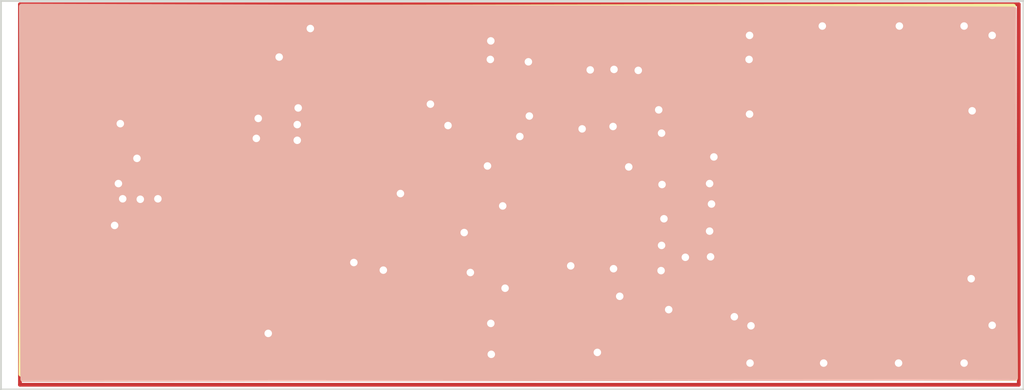
<source format=kicad_pcb>
(kicad_pcb (version 20241229) (generator "pcbnew") (generator_version "9.0")
  (title_block (title "STM32 RF PCB") (date "2025-07-01") (company "~Mihir Sharma"))
  (layers (0 "F.Cu" signal) (4 "In1.Cu" signal) (6 "In2.Cu" signal) (2 "B.Cu" signal) (13 "F.Paste" user) (15 "B.Paste" user) (5 "F.SilkS" user "F.Silkscreen") (7 "B.SilkS" user "B.Silkscreen") (1 "F.Mask" user) (3 "B.Mask" user) (25 "Edge.Cuts" user))
  (net 0 "")
  (net 1 "+3V3")
  (net 2 "GND")
  (net 3 "Net-(C2-Pad1)")
  (net 4 "NRF_XC1")
  (net 5 "NRF_VDD_PA")
  (net 6 "NRF_XC2")
  (net 7 "Net-(C12-Pad1)")
  (net 8 "Net-(C12-Pad2)")
  (net 9 "NRST")
  (net 10 "Net-(D1-Pad1)")
  (net 11 "Net-(D1-Pad2)")
  (net 12 "Net-(D2-Pad1)")
  (net 13 "Net-(D2-Pad2)")
  (net 14 "Net-(F1-Pad1)")
  (net 15 "+5V")
  (net 16 "Net-(FB1-Pad2)")
  (net 17 "USB_CONN_D-")
  (net 18 "USB_CONN_D+")
  (net 19 "unconnected-(J1-Pad6)")
  (net 20 "SWDIO")
  (net 21 "SWCLK")
  (net 25 "NRF_ANT1")
  (net 26 "NRF_ANT2")
  (net 27 "Net-(R1-Pad2)")
  (net 28 "Net-(R3-Pad1)")
  (net 29 "SPI3_!CS")
  (net 30 "SPI3_SCK")
  (net 31 "SPI3_MOSI")
  (net 32 "SPI3_MISO")
  (net 33 "NRF_IRQ")
  (net 34 "USB_D+")
  (net 35 "USB_D-")
  (net 50 "NRF_CE")
  (footprint "Package_TO_SOT_SMD:SOT-23" (layer "F.Cu") (at 85.278911 42.4175 90)
    (property "Reference" "U2" (hide yes))
    (property "Value" "XC6206P332MR" (hide yes))
  )
  (footprint "Crystal:Crystal_SMD_3225-4Pin_3.2x2.5mm" (layer "F.Cu") (at 100.518911 55.1175 180)
    (property "Reference" "Y1" (hide yes))
    (property "Value" "Crystal_GND24" (hide yes))
  )
  (footprint "Capacitor_SMD:C_0402_1005Metric" (layer "F.Cu") (at 110.678911 47.4975 90)
    (property "Reference" "C1" (hide yes))
    (property "Value" "10u" (hide yes))
  )
  (footprint "Capacitor_SMD:C_0402_1005Metric" (layer "F.Cu") (at 104.354311 42.3667 -90)
    (property "Reference" "C11" (hide yes))
    (property "Value" "4p7")
  )
  (footprint "Capacitor_SMD:C_0402_1005Metric" (layer "F.Cu") (at 97.978911 44.9575 180)
    (property "Reference" "C2" (hide yes))
    (property "Value" "33n")
  )
  (footprint "Package_TO_SOT_SMD:SOT-23-6" (layer "F.Cu") (at 81.291111 45.4909 180)
    (property "Reference" "U3" (hide yes))
    (property "Value" "USBLC6-2SC6" (hide yes))
  )
  (footprint "Resistor_SMD:R_0603_1608Metric" (layer "F.Cu") (at 101.509511 42.0873 -90)
    (property "Reference" "R1" (hide yes))
    (property "Value" "22k" (hide yes))
  )
  (footprint "Resistor_SMD:R_0603_1608Metric" (layer "F.Cu") (at 105.598911 55.1175 -90)
    (property "Reference" "R2" (hide yes))
    (property "Value" "1M" (hide yes))
  )
  (footprint "Capacitor_SMD:C_0402_1005Metric" (layer "F.Cu") (at 110.678911 50.0375 -90)
    (property "Reference" "C5" (hide yes))
    (property "Value" "10n" (hide yes))
  )
  (footprint "Capacitor_SMD:C_0402_1005Metric" (layer "F.Cu") (at 105.598911 44.9575)
    (property "Reference" "C17" (hide yes))
    (property "Value" "100n" (hide yes))
  )
  (footprint "Inductor_SMD:L_0805_2012Metric" (layer "F.Cu") (at 81.261411 39.8775)
    (property "Reference" "FB1" (hide yes))
    (property "Value" "100 @ 100MHz" (hide yes))
  )
  (footprint "Inductor_SMD:L_0402_1005Metric" (layer "F.Cu") (at 108.138911 44.9575)
    (property "Reference" "L2" (hide yes))
    (property "Value" "3n9" (hide yes))
  )
  (footprint "Package_DFN_QFN:QFN-32-1EP_5x5mm_P0.5mm_EP3.45x3.45mm" (layer "F.Cu") (at 92.898911 47.4975 -90)
    (property "Reference" "U4" (hide yes))
    (property "Value" "STM32L432KBUx" (hide yes))
  )
  (footprint "Resistor_SMD:R_0603_1608Metric" (layer "F.Cu") (at 90.118111 38.5567 180)
    (property "Reference" "R4" (hide yes))
    (property "Value" "2k2" (hide yes))
  )
  (footprint "Inductor_SMD:L_0402_1005Metric" (layer "F.Cu") (at 105.598911 47.4975 90)
    (property "Reference" "L1" (hide yes))
    (property "Value" "8n2" (hide yes))
  )
  (footprint "Capacitor_SMD:C_0402_1005Metric" (layer "F.Cu") (at 108.138911 52.5775 -90)
    (property "Reference" "C14" (hide yes))
    (property "Value" "1u" (hide yes))
  )
  (footprint "Capacitor_SMD:C_0402_1005Metric" (layer "F.Cu") (at 85.583711 39.1917)
    (property "Reference" "C3" (hide yes))
    (property "Value" "10u" (hide yes))
  )
  (footprint "Capacitor_SMD:C_0402_1005Metric" (layer "F.Cu") (at 95.238311 54.3047)
    (property "Reference" "C6" (hide yes))
    (property "Value" "10u" (hide yes))
  )
  (footprint "Capacitor_SMD:C_0402_1005Metric" (layer "F.Cu") (at 103.541511 44.8559)
    (property "Reference" "C9" (hide yes))
    (property "Value" "2n2" (hide yes))
  )
  (footprint "Capacitor_SMD:C_0402_1005Metric" (layer "F.Cu") (at 105.598911 52.5775 90)
    (property "Reference" "C10" (hide yes))
    (property "Value" "12p" (hide yes))
  )
  (footprint "LED_SMD:LED_0603_1608Metric" (layer "F.Cu") (at 90.358911 42.4175 -90)
    (property "Reference" "D1" (hide yes))
    (property "Value" "LED" (hide yes))
  )
  (footprint "Capacitor_SMD:C_0402_1005Metric" (layer "F.Cu") (at 108.138911 47.4975 90)
    (property "Reference" "C4" (hide yes))
    (property "Value" "10n" (hide yes))
  )
  (footprint "Resistor_SMD:R_0603_1608Metric" (layer "F.Cu") (at 96.607311 42.2397 90)
    (property "Reference" "R3" (hide yes))
    (property "Value" "10k" (hide yes))
  )
  (footprint "Inductor_SMD:L_0402_1005Metric" (layer "F.Cu") (at 105.598911 50.0375 90)
    (property "Reference" "L3" (hide yes))
    (property "Value" "2n7" (hide yes))
  )
  (footprint "Package_DFN_QFN:QFN-20-1EP_4x4mm_P0.5mm_EP2.5x2.5mm" (layer "F.Cu") (at 101.143911 48.1225)
    (property "Reference" "U1" (hide yes))
    (property "Value" "nRF24L01P" (hide yes))
  )
  (footprint "LED_SMD:LED_0603_1608Metric" (layer "F.Cu") (at 92.898911 42.4175 -90)
    (property "Reference" "D2" (hide yes))
    (property "Value" "LED" (hide yes))
  )
  (footprint "Capacitor_SMD:C_0402_1005Metric" (layer "F.Cu") (at 100.518911 52.5775 180)
    (property "Reference" "C8" (hide yes))
    (property "Value" "12p" (hide yes))
  )
  (footprint "Capacitor_SMD:C_0402_1005Metric" (layer "F.Cu") (at 103.058911 42.4175 -90)
    (property "Reference" "C16" (hide yes))
    (property "Value" "100n")
  )
  (footprint "Capacitor_SMD:C_0402_1005Metric" (layer "F.Cu") (at 76.973111 50.4185 90)
    (property "Reference" "C18" (hide yes))
    (property "Value" "100n" (hide yes))
  )
  (footprint "Capacitor_SMD:C_0402_1005Metric" (layer "F.Cu") (at 110.678911 52.5775 -90)
    (property "Reference" "C7" (hide yes))
    (property "Value" "10n" (hide yes))
  )
  (footprint "Capacitor_SMD:C_0402_1005Metric" (layer "F.Cu") (at 108.138911 42.4175 90)
    (property "Reference" "C12" (hide yes))
    (property "Value" "1p5" (hide yes))
  )
  (footprint "Connector_PinHeader_1.27mm:PinHeader_2x05_P1.27mm_Vertical_SMD" (layer "F.Cu") (at 81.443511 52.2727 -90)
    (property "Reference" "J3" (hide yes))
    (property "Value" "Conn_ARM_JTAG_SWD_10" (hide yes))
  )
  (footprint "Resistor_SMD:R_0603_1608Metric" (layer "F.Cu") (at 95.438911 39.8775)
    (property "Reference" "R5" (hide yes))
    (property "Value" "2k2")
  )
  (footprint "Capacitor_SMD:C_0402_1005Metric" (layer "F.Cu") (at 105.598911 42.4175 90)
    (property "Reference" "C15" (hide yes))
    (property "Value" "100n" (hide yes))
  )
  (footprint "Capacitor_SMD:C_0402_1005Metric" (layer "F.Cu") (at 110.678911 44.9575 90)
    (property "Reference" "C13" (hide yes))
    (property "Value" "1p" (hide yes))
  )
  (footprint "Fuse:Fuse_1206_3216Metric" (layer "F.Cu") (at 76.261911 39.3441 180)
    (property "Reference" "F1" (hide yes))
    (property "Value" "100mA" (hide yes))
  )
  (gr_line (start 125.918911 37.3375) (end 72.578911 37.3375) (stroke (width 0.2)) (layer "F.Cu"))
  (gr_line (start 72.578911 37.3375) (end 72.578911 57.6575) (stroke (width 0.2)) (layer "F.Cu"))
  (gr_line (start 72.578911 57.6575) (end 125.918911 57.6575) (stroke (width 0.2)) (layer "F.Cu"))
  (gr_line (start 125.918911 57.6575) (end 125.918911 37.3375) (stroke (width 0.2)) (layer "F.Cu"))
  (gr_rect (start 71.562911 37.1597) (end 126.172911 57.9115) (stroke (width 0.1)) (fill no) (layer "Edge.Cuts"))
  (segment (start 94.758311 54.3047) (end 94.758311 53.5375) (width 0.25) (layer "F.Cu") (net 1))
  (segment (start 107.323511 48.7929) (end 108.138911 47.9775) (width 0.25) (layer "F.Cu") (net 1))
  (segment (start 105.118911 44.5485) (end 106.691111 42.9763) (width 0.25) (layer "F.Cu") (net 1))
  (segment (start 94.758311 53.5375) (end 96.632711 51.6631) (width 0.25) (layer "F.Cu") (net 1))
  (segment (start 108.113511 50.8503) (end 109.360711 52.0975) (width 0.25) (layer "F.Cu") (net 1))
  (segment (start 92.648911 44.575172) (end 93.257183 43.9669) (width 0.25) (layer "F.Cu") (net 1))
  (segment (start 93.257183 43.9669) (end 93.762511 43.9669) (width 0.25) (layer "F.Cu") (net 1))
  (segment (start 107.602911 51.5615) (end 108.138911 52.0975) (width 0.25) (layer "F.Cu") (net 1))
  (segment (start 101.143911 45.589454) (end 101.143911 46.185) (width 0.25) (layer "F.Cu") (net 1))
  (segment (start 110.650911 48.0055) (end 110.678911 47.9775) (width 0.25) (layer "F.Cu") (net 1))
  (segment (start 86.228911 43.355) (end 86.978411 43.355) (width 0.25) (layer "F.Cu") (net 1))
  (segment (start 94.648911 45.06) (end 94.648911 42.8213) (width 0.25) (layer "F.Cu") (net 1))
  (segment (start 109.408911 49.4533) (end 110.574711 49.4533) (width 0.25) (layer "F.Cu") (net 1))
  (segment (start 100.658111 40.4109) (end 101.509511 41.2623) (width 0.25) (layer "F.Cu") (net 1))
  (segment (start 103.033511 41.9121) (end 103.058911 41.9375) (width 0.25) (layer "F.Cu") (net 1))
  (segment (start 103.081411 46.995) (end 105.118911 44.9575) (width 0.25) (layer "F.Cu") (net 1))
  (segment (start 99.706828 51.6631) (end 96.632711 51.6631) (width 0.25) (layer "F.Cu") (net 1))
  (segment (start 103.081411 47.1225) (end 103.081411 46.995) (width 0.25) (layer "F.Cu") (net 1))
  (segment (start 100.643911 50.06) (end 100.643911 50.726017) (width 0.25) (layer "F.Cu") (net 1))
  (segment (start 85.786911 52.1261) (end 85.786911 54.8635) (width 0.25) (layer "F.Cu") (net 1))
  (segment (start 87.437911 42.8747) (end 87.437911 44.5511) (width 0.25) (layer "F.Cu") (net 1))
  (segment (start 105.118911 44.9575) (end 105.118911 44.5485) (width 0.25) (layer "F.Cu") (net 1))
  (segment (start 110.574711 49.4533) (end 110.678911 49.5575) (width 0.25) (layer "F.Cu") (net 1))
  (segment (start 109.510511 48.0055) (end 110.650911 48.0055) (width 0.25) (layer "F.Cu") (net 1))
  (segment (start 93.762511 43.9669) (end 94.499111 43.2303) (width 0.25) (layer "F.Cu") (net 1))
  (segment (start 91.148911 50.7005) (end 91.984511 51.5361) (width 0.25) (layer "F.Cu") (net 1))
  (segment (start 99.274311 44.3987) (end 99.953157 44.3987) (width 0.25) (layer "F.Cu") (net 1))
  (segment (start 106.612311 42.8975) (end 106.691111 42.9763) (width 0.25) (layer "F.Cu") (net 1))
  (segment (start 92.648911 45.06) (end 92.648911 44.575172) (width 0.25) (layer "F.Cu") (net 1))
  (segment (start 83.983511 50.3227) (end 85.786911 52.1261) (width 0.25) (layer "F.Cu") (net 1))
  (segment (start 87.437911 44.5511) (end 87.387111 44.6019) (width 0.25) (layer "F.Cu") (net 1))
  (segment (start 94.499111 43.2303) (end 94.499111 42.6715) (width 0.25) (layer "F.Cu") (net 1))
  (segment (start 86.978411 43.355) (end 87.387111 43.7637) (width 0.25) (layer "F.Cu") (net 1))
  (segment (start 109.360711 52.0975) (end 110.678911 52.0975) (width 0.25) (layer "F.Cu") (net 1))
  (segment (start 85.786911 54.8635) (end 85.837711 54.9143) (width 0.25) (layer "F.Cu") (net 1))
  (segment (start 105.598911 42.8975) (end 106.612311 42.8975) (width 0.25) (layer "F.Cu") (net 1))
  (segment (start 99.953157 44.3987) (end 101.143911 45.589454) (width 0.25) (layer "F.Cu") (net 1))
  (segment (start 99.731511 40.4109) (end 100.658111 40.4109) (width 0.25) (layer "F.Cu") (net 1))
  (segment (start 100.643911 50.726017) (end 99.706828 51.6631) (width 0.25) (layer "F.Cu") (net 1))
  (segment (start 91.148911 49.935) (end 91.148911 50.7005) (width 0.25) (layer "F.Cu") (net 1))
  (segment (start 106.970511 48.7929) (end 107.323511 48.7929) (width 0.25) (layer "F.Cu") (net 1))
  (segment (start 106.818111 51.5615) (end 107.602911 51.5615) (width 0.25) (layer "F.Cu") (net 1))
  (segment (start 86.957611 43.355) (end 87.437911 42.8747) (width 0.25) (layer "F.Cu") (net 1))
  (segment (start 94.648911 42.8213) (end 94.499111 42.6715) (width 0.25) (layer "F.Cu") (net 1))
  (segment (start 86.228911 43.355) (end 86.957611 43.355) (width 0.25) (layer "F.Cu") (net 1))
  (segment (start 103.033511 40.8427) (end 103.033511 41.9121) (width 0.25) (layer "F.Cu") (net 1))
  (via (at 94.499111 42.6715) (size 0.8) (drill 0.4) (layers "F.Cu" "B.Cu") (net 1))
  (via (at 87.387111 44.6019) (size 0.8) (drill 0.4) (layers "F.Cu" "B.Cu") (net 1))
  (via (at 106.970511 48.7929) (size 0.8) (drill 0.4) (layers "F.Cu" "B.Cu") (net 1))
  (via (at 99.274311 44.3987) (size 0.8) (drill 0.4) (layers "F.Cu" "B.Cu") (net 1))
  (via (at 103.033511 40.8427) (size 0.8) (drill 0.4) (layers "F.Cu" "B.Cu") (net 1))
  (via (at 96.632711 51.6631) (size 0.8) (drill 0.4) (layers "F.Cu" "B.Cu") (net 1))
  (via (at 91.984511 51.5361) (size 0.8) (drill 0.4) (layers "F.Cu" "B.Cu") (net 1))
  (via (at 85.837711 54.9143) (size 0.8) (drill 0.4) (layers "F.Cu" "B.Cu") (net 1))
  (via (at 108.113511 50.8503) (size 0.8) (drill 0.4) (layers "F.Cu" "B.Cu") (net 1))
  (via (at 99.731511 40.4109) (size 0.8) (drill 0.4) (layers "F.Cu" "B.Cu") (net 1))
  (via (at 106.691111 42.9763) (size 0.8) (drill 0.4) (layers "F.Cu" "B.Cu") (net 1))
  (via (at 87.437911 42.8747) (size 0.8) (drill 0.4) (layers "F.Cu" "B.Cu") (net 1))
  (via (at 87.387111 43.7637) (size 0.8) (drill 0.4) (layers "F.Cu" "B.Cu") (net 1))
  (via (at 109.408911 49.4533) (size 0.8) (drill 0.4) (layers "F.Cu" "B.Cu") (net 1))
  (via (at 106.818111 51.5615) (size 0.8) (drill 0.4) (layers "F.Cu" "B.Cu") (net 1))
  (via (at 109.510511 48.0055) (size 0.8) (drill 0.4) (layers "F.Cu" "B.Cu") (net 1))
  (segment (start 124.5 39) (end 125 39.5) (width 0.25) (layer "F.Cu") (net 2))
  (segment (start 97.699511 40.3225) (end 96.607311 41.4147) (width 0.25) (layer "F.Cu") (net 2))
  (segment (start 90.461411 49.2475) (end 90.461411 51.078) (width 0.25) (layer "F.Cu") (net 2))
  (segment (start 81.443511 49.2247) (end 81.443511 50.3227) (width 0.25) (layer "F.Cu") (net 2))
  (segment (start 123.429711 43.0271) (end 123.629911 43.2273) (width 0.25) (layer "F.Cu") (net 2))
  (segment (start 97.648711 54.3047) (end 97.724911 54.3809) (width 0.25) (layer "F.Cu") (net 2))
  (segment (start 108.085511 46.9641) (end 108.138911 47.0175) (width 0.25) (layer "F.Cu") (net 2))
  (segment (start 103.058911 43.5351) (end 103.058911 42.8975) (width 0.25) (layer "F.Cu") (net 2))
  (segment (start 101.143911 50.861735) (end 101.143911 50.06) (width 0.25) (layer "F.Cu") (net 2))
  (segment (start 95.438911 43.8145) (end 95.438911 45.645) (width 0.25) (layer "F.Cu") (net 2))
  (segment (start 90.461411 51.078) (end 90.409711 51.1297) (width 0.25) (layer "F.Cu") (net 2))
  (segment (start 103.081411 47.6225) (end 103.541239 47.6225) (width 0.25) (layer "F.Cu") (net 2))
  (segment (start 122.4217 37.9217) (end 123 38.5) (width 0.2) (layer "F.Cu") (net 2))
  (segment (start 123.378911 53.361411) (end 124.5 54.4825) (width 0.25) (layer "F.Cu") (net 2))
  (segment (start 81.744079 45.4909) (end 81.140631 46.094348) (width 0.25) (layer "F.Cu") (net 2))
  (segment (start 104.354311 40.8681) (end 104.303511 40.8173) (width 0.25) (layer "F.Cu") (net 2))
  (segment (start 115.5 56.5) (end 111.567911 56.5) (width 0.25) (layer "F.Cu") (net 2))
  (segment (start 111.567911 54.5587) (end 111.618711 54.5079) (width 0.25) (layer "F.Cu") (net 2))
  (segment (start 123.378911 51.9933) (end 123.378911 53.361411) (width 0.25) (layer "F.Cu") (net 2))
  (segment (start 125 39.5) (end 125 41.5) (width 0.25) (layer "F.Cu") (net 2))
  (segment (start 78.065311 47.7261) (end 79.944911 47.7261) (width 0.25) (layer "F.Cu") (net 2))
  (segment (start 77.056411 46.2575) (end 77.630922 46.832011) (width 0.25) (layer "F.Cu") (net 2))
  (segment (start 95.718311 54.3047) (end 97.648711 54.3047) (width 0.25) (layer "F.Cu") (net 2))
  (segment (start 96.263911 39.8775) (end 97.140711 39.8775) (width 0.25) (layer "F.Cu") (net 2))
  (segment (start 100.143911 46.185) (end 99.550931 45.59202) (width 0.25) (layer "F.Cu") (net 2))
  (segment (start 79.944911 47.7261) (end 81.214911 47.7261) (width 0.25) (layer "F.Cu") (net 2))
  (segment (start 107.811311 53.0575) (end 107.224511 53.6443) (width 0.25) (layer "F.Cu") (net 2))
  (segment (start 97.928591 45.59202) (end 97.547111 45.9735) (width 0.25) (layer "F.Cu") (net 2))
  (segment (start 110.371511 50.8249) (end 110.678911 50.5175) (width 0.25) (layer "F.Cu") (net 2))
  (segment (start 85.202711 44.5003) (end 85.202711 44.2288) (width 0.25) (layer "F.Cu") (net 2))
  (segment (start 124.042789 38.542789) (end 124.5 39) (width 0.25) (layer "F.Cu") (net 2))
  (segment (start 81.214911 47.7261) (end 82.713511 49.2247) (width 0.25) (layer "F.Cu") (net 2))
  (segment (start 119.543511 38.5) (end 119.543511 38.378189) (width 0.2) (layer "F.Cu") (net 2))
  (segment (start 97.724911 54.3809) (end 99.305511 54.3809) (width 0.25) (layer "F.Cu") (net 2))
  (segment (start 112.620811 37.9217) (end 114.5 37.9217) (width 0.25) (layer "F.Cu") (net 2))
  (segment (start 119.5 56.5) (end 115.5 56.5) (width 0.25) (layer "F.Cu") (net 2))
  (segment (start 82.713511 49.2247) (end 82.713511 50.3227) (width 0.25) (layer "F.Cu") (net 2))
  (segment (start 77.729311 49.1485) (end 78.903511 50.3227) (width 0.25) (layer "F.Cu") (net 2))
  (segment (start 77.630922 46.832011) (end 77.630922 49.280689) (width 0.25) (layer "F.Cu") (net 2))
  (segment (start 102.601711 43.9923) (end 102.601711 44.3961) (width 0.25) (layer "F.Cu") (net 2))
  (segment (start 104.915711 52.0975) (end 104.278111 51.4599) (width 0.25) (layer "F.Cu") (net 2))
  (segment (start 99.305511 54.3809) (end 99.418911 54.2675) (width 0.25) (layer "F.Cu") (net 2))
  (segment (start 111.542511 39) (end 112.620811 37.9217) (width 0.25) (layer "F.Cu") (net 2))
  (segment (start 111.542511 39) (end 111.542511 43.2049) (width 0.25) (layer "F.Cu") (net 2))
  (segment (start 102.601711 44.3961) (end 103.061511 44.8559) (width 0.25) (layer "F.Cu") (net 2))
  (segment (start 110.729711 54.0253) (end 110.729711 53.1083) (width 0.25) (layer "F.Cu") (net 2))
  (segment (start 95.438911 45.645) (end 95.336411 45.7475) (width 0.25) (layer "F.Cu") (net 2))
  (segment (start 109.637511 45.4909) (end 110.625511 45.4909) (width 0.25) (layer "F.Cu") (net 2))
  (segment (start 97.140711 39.8775) (end 97.724911 39.2933) (width 0.25) (layer "F.Cu") (net 2))
  (segment (start 110.574711 46.9133) (end 110.678911 47.0175) (width 0.25) (layer "F.Cu") (net 2))
  (segment (start 123.957211 38.5) (end 124 38.542789) (width 0.2) (layer "F.Cu") (net 2))
  (segment (start 97.498911 44.9575) (end 97.498911 45.9253) (width 0.25) (layer "F.Cu") (net 2))
  (segment (start 98.486911 52.5013) (end 99.962711 52.5013) (width 0.25) (layer "F.Cu") (net 2))
  (segment (start 103.377311 55.9675) (end 103.414511 55.9303) (width 0.25) (layer "F.Cu") (net 2))
  (segment (start 111.618711 56.4492) (end 111.567911 56.5) (width 0.25) (layer "F.Cu") (net 2))
  (segment (start 114.850411 37.9217) (end 115.428711 38.5) (width 0.25) (layer "F.Cu") (net 2))
  (segment (start 89.216911 38.6329) (end 89.293111 38.5567) (width 0.25) (layer "F.Cu") (net 2))
  (segment (start 84.328911 43.355) (end 85.225811 43.355) (width 0.25) (layer "F.Cu") (net 2))
  (segment (start 88.086111 38.6329) (end 89.216911 38.6329) (width 0.25) (layer "F.Cu") (net 2))
  (segment (start 124.956811 41.5) (end 123.429711 43.0271) (width 0.25) (layer "F.Cu") (net 2))
  (segment (start 123 56.5) (end 119.5 56.5) (width 0.25) (layer "F.Cu") (net 2))
  (segment (start 106.843511 44.2209) (end 106.815511 44.2209) (width 0.25) (layer "F.Cu") (net 2))
  (segment (start 102.601711 43.9923) (end 103.058911 43.5351) (width 0.25) (layer "F.Cu") (net 2))
  (segment (start 110.729711 53.1083) (end 110.678911 53.0575) (width 0.25) (layer "F.Cu") (net 2))
  (segment (start 109.408911 46.9133) (end 110.574711 46.9133) (width 0.25) (layer "F.Cu") (net 2))
  (segment (start 81.140631 46.094348) (end 81.140631 47.03838) (width 0.25) (layer "F.Cu") (net 2))
  (segment (start 111.618711 54.5079) (end 111.618711 56.4492) (width 0.25) (layer "F.Cu") (net 2))
  (segment (start 123 38.5) (end 123.957211 38.5) (width 0.2) (layer "F.Cu") (net 2))
  (segment (start 111.618711 54.5079) (end 111.212311 54.5079) (width 0.25) (layer "F.Cu") (net 2))
  (segment (start 110.625511 45.4909) (end 110.678911 45.4375) (width 0.25) (layer "F.Cu") (net 2))
  (segment (start 101.643911 45.1681) (end 99.782311 43.3065) (width 0.25) (layer "F.Cu") (net 2))
  (segment (start 85.202711 44.2288) (end 84.328911 43.355) (width 0.25) (layer "F.Cu") (net 2))
  (segment (start 77.630922 49.280689) (end 76.973111 49.9385) (width 0.25) (layer "F.Cu") (net 2))
  (segment (start 105.598911 52.0975) (end 104.915711 52.0975) (width 0.25) (layer "F.Cu") (net 2))
  (segment (start 114.5 37.9217) (end 114.850411 37.9217) (width 0.25) (layer "F.Cu") (net 2))
  (segment (start 80.452911 47.7261) (end 79.944911 47.7261) (width 0.25) (layer "F.Cu") (net 2))
  (segment (start 123.629911 43.2273) (end 123.629911 51.7423) (width 0.25) (layer "F.Cu") (net 2))
  (segment (start 105.090911 46.072828) (end 105.090911 46.0243) (width 0.25) (layer "F.Cu") (net 2))
  (segment (start 105.598911 40.8681) (end 105.598911 41.9375) (width 0.25) (layer "F.Cu") (net 2))
  (segment (start 100.038911 52.5775) (end 100.038911 51.966735) (width 0.25) (layer "F.Cu") (net 2))
  (segment (start 106.815511 44.2209) (end 106.078911 44.9575) (width 0.25) (layer "F.Cu") (net 2))
  (segment (start 123.629911 51.7423) (end 123.378911 51.9933) (width 0.25) (layer "F.Cu") (net 2))
  (segment (start 104.354311 41.8867) (end 104.354311 40.8681) (width 0.25) (layer "F.Cu") (net 2))
  (segment (start 101.618911 55.9675) (end 103.377311 55.9675) (width 0.25) (layer "F.Cu") (net 2))
  (segment (start 119.543511 38.378189) (end 120 37.9217) (width 0.2) (layer "F.Cu") (net 2))
  (segment (start 120 37.9217) (end 122.4217 37.9217) (width 0.2) (layer "F.Cu") (net 2))
  (segment (start 81.140631 47.03838) (end 80.452911 47.7261) (width 0.25) (layer "F.Cu") (net 2))
  (segment (start 100.038911 51.966735) (end 101.143911 50.861735) (width 0.25) (layer "F.Cu") (net 2))
  (segment (start 79.944911 47.7261) (end 81.443511 49.2247) (width 0.25) (layer "F.Cu") (net 2))
  (segment (start 118.965211 37.9217) (end 118 37.9217) (width 0.2) (layer "F.Cu") (net 2))
  (segment (start 86.063711 39.7987) (end 86.421911 40.1569) (width 0.25) (layer "F.Cu") (net 2))
  (segment (start 76.581411 46.2575) (end 77.056411 46.2575) (width 0.25) (layer "F.Cu") (net 2))
  (segment (start 99.550931 45.59202) (end 97.928591 45.59202) (width 0.25) (layer "F.Cu") (net 2))
  (segment (start 124 38.542789) (end 124.042789 38.542789) (width 0.25) (layer "F.Cu") (net 2))
  (segment (start 125 41.5) (end 124.956811 41.5) (width 0.25) (layer "F.Cu") (net 2))
  (segment (start 124.5 54.4825) (end 124.5 55) (width 0.25) (layer "F.Cu") (net 2))
  (segment (start 99.962711 52.5013) (end 100.038911 52.5775) (width 0.25) (layer "F.Cu") (net 2))
  (segment (start 124.5 55) (end 123 56.5) (width 0.25) (layer "F.Cu") (net 2))
  (segment (start 119.543511 38.5) (end 118.965211 37.9217) (width 0.2) (layer "F.Cu") (net 2))
  (segment (start 82.428611 45.4909) (end 81.744079 45.4909) (width 0.25) (layer "F.Cu") (net 2))
  (segment (start 109.459711 50.8249) (end 110.371511 50.8249) (width 0.25) (layer "F.Cu") (net 2))
  (segment (start 85.225811 43.355) (end 85.304311 43.4335) (width 0.25) (layer "F.Cu") (net 2))
  (segment (start 108.138911 53.0575) (end 107.811311 53.0575) (width 0.25) (layer "F.Cu") (net 2))
  (segment (start 101.643911 46.185) (end 101.643911 45.1681) (width 0.25) (layer "F.Cu") (net 2))
  (segment (start 106.868911 46.9641) (end 108.085511 46.9641) (width 0.25) (layer "F.Cu") (net 2))
  (segment (start 86.063711 39.1917) (end 86.063711 39.7987) (width 0.25) (layer "F.Cu") (net 2))
  (segment (start 103.541239 47.6225) (end 105.090911 46.072828) (width 0.25) (layer "F.Cu") (net 2))
  (segment (start 116 37.928711) (end 116 37.9217) (width 0.25) (layer "F.Cu") (net 2))
  (segment (start 97.699511 40.2839) (end 97.699511 40.3225) (width 0.25) (layer "F.Cu") (net 2))
  (segment (start 116 37.9217) (end 118 37.9217) (width 0.25) (layer "F.Cu") (net 2))
  (segment (start 115.428711 38.5) (end 116 37.928711) (width 0.25) (layer "F.Cu") (net 2))
  (segment (start 77.633511 49.1485) (end 77.729311 49.1485) (width 0.25) (layer "F.Cu") (net 2))
  (segment (start 111.212311 54.5079) (end 110.729711 54.0253) (width 0.25) (layer "F.Cu") (net 2))
  (segment (start 97.498911 45.9253) (end 97.547111 45.9735) (width 0.25) (layer "F.Cu") (net 2))
  (via (at 98.486911 52.5013) (size 0.8) (drill 0.4) (layers "F.Cu" "B.Cu") (net 2))
  (via (at 88.086111 38.6329) (size 0.8) (drill 0.4) (layers "F.Cu" "B.Cu") (net 2))
  (via (at 124.5 39) (size 0.8) (drill 0.4) (layers "F.Cu" "B.Cu") (net 2))
  (via (at 123.429711 43.0271) (size 0.8) (drill 0.4) (layers "F.Cu" "B.Cu") (net 2))
  (via (at 123.378911 51.9933) (size 0.8) (drill 0.4) (layers "F.Cu" "B.Cu") (net 2))
  (via (at 79.005111 47.7515) (size 0.8) (drill 0.4) (layers "F.Cu" "B.Cu") (net 2))
  (via (at 78.065311 47.7261) (size 0.8) (drill 0.4) (layers "F.Cu" "B.Cu") (net 2))
  (via (at 85.202711 44.5003) (size 0.8) (drill 0.4) (layers "F.Cu" "B.Cu") (net 2))
  (via (at 97.724911 54.3809) (size 0.8) (drill 0.4) (layers "F.Cu" "B.Cu") (net 2))
  (via (at 119.543511 38.5) (size 0.8) (drill 0.4) (layers "F.Cu" "B.Cu") (net 2))
  (via (at 119.5 56.5) (size 0.8) (drill 0.4) (layers "F.Cu" "B.Cu") (net 2))
  (via (at 110.729711 54.0253) (size 0.8) (drill 0.4) (layers "F.Cu" "B.Cu") (net 2))
  (via (at 99.782311 43.3065) (size 0.8) (drill 0.4) (layers "F.Cu" "B.Cu") (net 2))
  (via (at 109.459711 50.8249) (size 0.8) (drill 0.4) (layers "F.Cu" "B.Cu") (net 2))
  (via (at 107.224511 53.6443) (size 0.8) (drill 0.4) (layers "F.Cu" "B.Cu") (net 2))
  (via (at 95.438911 43.8145) (size 0.8) (drill 0.4) (layers "F.Cu" "B.Cu") (net 2))
  (via (at 123 56.5) (size 0.8) (drill 0.4) (layers "F.Cu" "B.Cu") (net 2))
  (via (at 109.408911 46.9133) (size 0.8) (drill 0.4) (layers "F.Cu" "B.Cu") (net 2))
  (via (at 105.598911 40.8681) (size 0.8) (drill 0.4) (layers "F.Cu" "B.Cu") (net 2))
  (via (at 77.633511 49.1485) (size 0.8) (drill 0.4) (layers "F.Cu" "B.Cu") (net 2))
  (via (at 111.542511 43.2049) (size 0.8) (drill 0.4) (layers "F.Cu" "B.Cu") (net 2))
  (via (at 79.944911 47.7261) (size 0.8) (drill 0.4) (layers "F.Cu" "B.Cu") (net 2))
  (via (at 124.5 54.4825) (size 0.8) (drill 0.4) (layers "F.Cu" "B.Cu") (net 2))
  (via (at 111.542511 39) (size 0.8) (drill 0.4) (layers "F.Cu" "B.Cu") (net 2))
  (via (at 97.699511 40.2839) (size 0.8) (drill 0.4) (layers "F.Cu" "B.Cu") (net 2))
  (via (at 109.637511 45.4909) (size 0.8) (drill 0.4) (layers "F.Cu" "B.Cu") (net 2))
  (via (at 111.517111 40.2839) (size 0.8) (drill 0.4) (layers "F.Cu" "B.Cu") (net 2))
  (via (at 90.409711 51.1297) (size 0.8) (drill 0.4) (layers "F.Cu" "B.Cu") (net 2))
  (via (at 106.868911 46.9641) (size 0.8) (drill 0.4) (layers "F.Cu" "B.Cu") (net 2))
  (via (at 115.428711 38.5) (size 0.8) (drill 0.4) (layers "F.Cu" "B.Cu") (net 2))
  (via (at 104.278111 51.4599) (size 0.8) (drill 0.4) (layers "F.Cu" "B.Cu") (net 2))
  (via (at 115.5 56.5) (size 0.8) (drill 0.4) (layers "F.Cu" "B.Cu") (net 2))
  (via (at 123 38.5) (size 0.8) (drill 0.4) (layers "F.Cu" "B.Cu") (net 2))
  (via (at 77.836711 46.9133) (size 0.8) (drill 0.4) (layers "F.Cu" "B.Cu") (net 2))
  (via (at 92.898911 47.4467) (size 0.8) (drill 0.4) (layers "F.Cu" "B.Cu") (net 2))
  (via (at 111.567911 56.5) (size 0.8) (drill 0.4) (layers "F.Cu" "B.Cu") (net 2))
  (via (at 103.414511 55.9303) (size 0.8) (drill 0.4) (layers "F.Cu" "B.Cu") (net 2))
  (via (at 97.724911 39.2933) (size 0.8) (drill 0.4) (layers "F.Cu" "B.Cu") (net 2))
  (via (at 97.547111 45.9735) (size 0.8) (drill 0.4) (layers "F.Cu" "B.Cu") (net 2))
  (via (at 86.421911 40.1569) (size 0.8) (drill 0.4) (layers "F.Cu" "B.Cu") (net 2))
  (via (at 104.303511 40.8173) (size 0.8) (drill 0.4) (layers "F.Cu" "B.Cu") (net 2))
  (via (at 102.601711 43.9923) (size 0.8) (drill 0.4) (layers "F.Cu" "B.Cu") (net 2))
  (via (at 111.618711 54.5079) (size 0.8) (drill 0.4) (layers "F.Cu" "B.Cu") (net 2))
  (via (at 105.090911 46.0243) (size 0.8) (drill 0.4) (layers "F.Cu" "B.Cu") (net 2))
  (via (at 106.843511 44.2209) (size 0.8) (drill 0.4) (layers "F.Cu" "B.Cu") (net 2))
  (via (at 85.304311 43.4335) (size 0.8) (drill 0.4) (layers "F.Cu" "B.Cu") (net 2))
  (segment (start 98.458911 44.9575) (end 99.876239 44.9575) (width 0.25) (layer "F.Cu") (net 3))
  (segment (start 99.876239 44.9575) (end 100.643911 45.725172) (width 0.25) (layer "F.Cu") (net 3))
  (segment (start 100.643911 45.725172) (end 100.643911 46.185) (width 0.25) (layer "F.Cu") (net 3))
  (segment (start 105.3956 54.495811) (end 105.598911 54.2925) (width 0.25) (layer "F.Cu") (net 4))
  (segment (start 100.998911 52.5775) (end 102.135897 52.5775) (width 0.25) (layer "F.Cu") (net 4))
  (segment (start 100.998911 53.6475) (end 101.618911 54.2675) (width 0.25) (layer "F.Cu") (net 4))
  (segment (start 102.716622 51.996775) (end 102.716622 50.632711) (width 0.25) (layer "F.Cu") (net 4))
  (segment (start 100.998911 52.5775) (end 100.998911 53.6475) (width 0.25) (layer "F.Cu") (net 4))
  (segment (start 102.135897 52.5775) (end 102.716622 51.996775) (width 0.25) (layer "F.Cu") (net 4))
  (segment (start 102.716622 50.632711) (end 102.143911 50.06) (width 0.25) (layer "F.Cu") (net 4))
  (segment (start 101.847222 54.495811) (end 105.3956 54.495811) (width 0.25) (layer "F.Cu") (net 4))
  (segment (start 101.618911 54.2675) (end 101.847222 54.495811) (width 0.25) (layer "F.Cu") (net 4))
  (segment (start 104.252711 44.6247) (end 104.021511 44.8559) (width 0.25) (layer "F.Cu") (net 5))
  (segment (start 104.354311 43.7637) (end 104.252711 43.8653) (width 0.25) (layer "F.Cu") (net 5))
  (segment (start 105.906111 50.2153) (end 105.598911 50.5225) (width 0.25) (layer "F.Cu") (net 5))
  (segment (start 104.354311 42.8467) (end 104.354311 43.7637) (width 0.25) (layer "F.Cu") (net 5))
  (segment (start 106.843511 50.2153) (end 105.906111 50.2153) (width 0.25) (layer "F.Cu") (net 5))
  (segment (start 103.081411 49.1225) (end 104.125111 49.1225) (width 0.25) (layer "F.Cu") (net 5))
  (segment (start 104.125111 49.1225) (end 105.294111 50.2915) (width 0.25) (layer "F.Cu") (net 5))
  (segment (start 104.252711 43.8653) (end 104.252711 44.6247) (width 0.25) (layer "F.Cu") (net 5))
  (via (at 106.843511 50.2153) (size 0.8) (drill 0.4) (layers "F.Cu" "B.Cu") (net 5))
  (via (at 104.252711 43.8653) (size 0.8) (drill 0.4) (layers "F.Cu" "B.Cu") (net 5))
  (segment (start 104.252711 43.8653) (end 104.252711 47.099714) (width 0.25) (layer "B.Cu") (net 5))
  (segment (start 104.252711 47.099714) (end 106.843511 49.690514) (width 0.25) (layer "B.Cu") (net 5))
  (segment (start 106.843511 49.690514) (end 106.843511 50.2153) (width 0.25) (layer "B.Cu") (net 5))
  (segment (start 101.643911 50.06) (end 101.643911 50.9593) (width 0.25) (layer "F.Cu") (net 6))
  (segment (start 101.643911 50.9593) (end 101.992111 51.3075) (width 0.25) (layer "F.Cu") (net 6))
  (segment (start 97.750311 56.0319) (end 99.354511 56.0319) (width 0.25) (layer "F.Cu") (net 6))
  (segment (start 105.598911 55.9425) (end 106.5 55.041411) (width 0.25) (layer "F.Cu") (net 6))
  (segment (start 106.5 55.041411) (end 106.5 53.958589) (width 0.25) (layer "F.Cu") (net 6))
  (segment (start 105.598911 53.0575) (end 104.732711 53.0575) (width 0.25) (layer "F.Cu") (net 6))
  (segment (start 104.732711 53.0575) (end 104.608311 52.9331) (width 0.25) (layer "F.Cu") (net 6))
  (segment (start 106.5 53.958589) (end 105.598911 53.0575) (width 0.25) (layer "F.Cu") (net 6))
  (segment (start 99.354511 56.0319) (end 99.418911 55.9675) (width 0.25) (layer "F.Cu") (net 6))
  (via (at 97.750311 56.0319) (size 0.8) (drill 0.4) (layers "F.Cu" "B.Cu") (net 6))
  (via (at 104.608311 52.9331) (size 0.8) (drill 0.4) (layers "F.Cu" "B.Cu") (net 6))
  (via (at 101.992111 51.3075) (size 0.8) (drill 0.4) (layers "F.Cu" "B.Cu") (net 6))
  (segment (start 102.957311 51.2821) (end 104.608311 52.9331) (width 0.25) (layer "B.Cu") (net 6))
  (segment (start 101.255511 51.2821) (end 102.957311 51.2821) (width 0.25) (layer "B.Cu") (net 6))
  (segment (start 97.750311 56.0319) (end 97.0004 55.281989) (width 0.25) (layer "B.Cu") (net 6))
  (segment (start 97.0004 52.963197) (end 98.681497 51.2821) (width 0.25) (layer "B.Cu") (net 6))
  (segment (start 97.0004 55.281989) (end 97.0004 52.963197) (width 0.25) (layer "B.Cu") (net 6))
  (segment (start 98.681497 51.2821) (end 101.255511 51.2821) (width 0.25) (layer "B.Cu") (net 6))
  (segment (start 108.623911 43.3825) (end 108.623911 44.9575) (width 0.25) (layer "F.Cu") (net 7))
  (segment (start 108.138911 42.8975) (end 108.623911 43.3825) (width 0.25) (layer "F.Cu") (net 7))
  (segment (start 108.138911 41.9375) (end 108.44891 41.9375) (width 0.25) (layer "F.Cu") (net 8))
  (segment (start 108.44891 41.9375) (end 110.678911 44.167501) (width 0.25) (layer "F.Cu") (net 8))
  (segment (start 110.678911 44.167501) (end 110.678911 44.4775) (width 0.25) (layer "F.Cu") (net 8))
  (segment (start 76.642911 53.1363) (end 76.642911 51.2287) (width 0.25) (layer "F.Cu") (net 9))
  (segment (start 77.729311 54.2227) (end 78.903511 54.2227) (width 0.25) (layer "F.Cu") (net 9))
  (segment (start 76.642911 53.1363) (end 77.729311 54.2227) (width 0.25) (layer "F.Cu") (net 9))
  (segment (start 76.642911 51.2287) (end 76.973111 50.8985) (width 0.25) (layer "F.Cu") (net 9))
  (segment (start 90.765311 39.6235) (end 90.943111 39.4457) (width 0.25) (layer "F.Cu") (net 10))
  (segment (start 90.358911 41.63) (end 88.987211 41.63) (width 0.25) (layer "F.Cu") (net 10))
  (segment (start 88.199911 39.6235) (end 90.765311 39.6235) (width 0.25) (layer "F.Cu") (net 10))
  (segment (start 88.072911 39.7505) (end 88.199911 39.6235) (width 0.25) (layer "F.Cu") (net 10))
  (segment (start 88.072911 40.7157) (end 88.072911 39.7505) (width 0.25) (layer "F.Cu") (net 10))
  (segment (start 90.943111 39.4457) (end 90.943111 38.5567) (width 0.25) (layer "F.Cu") (net 10))
  (segment (start 88.987211 41.63) (end 88.072911 40.7157) (width 0.25) (layer "F.Cu") (net 10))
  (segment (start 90.358911 45.645) (end 90.461411 45.7475) (width 0.25) (layer "F.Cu") (net 11))
  (segment (start 90.358911 43.205) (end 90.358911 45.645) (width 0.25) (layer "F.Cu") (net 11))
  (segment (start 92.898911 41.5925) (end 94.613911 39.8775) (width 0.25) (layer "F.Cu") (net 12))
  (segment (start 92.898911 41.63) (end 92.898911 41.5925) (width 0.25) (layer "F.Cu") (net 12))
  (segment (start 92.519083 43.205) (end 91.148911 44.575172) (width 0.25) (layer "F.Cu") (net 13))
  (segment (start 91.148911 44.575172) (end 91.148911 45.06) (width 0.25) (layer "F.Cu") (net 13))
  (segment (start 92.898911 43.205) (end 92.519083 43.205) (width 0.25) (layer "F.Cu") (net 13))
  (segment (start 77.661911 39.3441) (end 79.665511 39.3441) (width 0.25) (layer "F.Cu") (net 14))
  (segment (start 79.665511 39.3441) (end 80.198911 39.8775) (width 0.25) (layer "F.Cu") (net 14))
  (segment (start 76.106411 43.6575) (end 76.581411 43.6575) (width 0.25) (layer "F.Cu") (net 15))
  (segment (start 80.153611 45.4909) (end 80.153611 45.3838) (width 0.25) (layer "F.Cu") (net 15))
  (segment (start 80.153611 45.3838) (end 80.173511 45.3639) (width 0.25) (layer "F.Cu") (net 15))
  (segment (start 77.938311 43.199612) (end 77.630922 42.892223) (width 0.25) (layer "F.Cu") (net 15))
  (segment (start 80.077411 45.5671) (end 80.153611 45.4909) (width 0.25) (layer "F.Cu") (net 15))
  (segment (start 76.581411 43.6575) (end 77.882911 43.6575) (width 0.25) (layer "F.Cu") (net 15))
  (segment (start 76.636811 43.7129) (end 76.581411 43.6575) (width 0.25) (layer "F.Cu") (net 15))
  (segment (start 77.630922 42.022777) (end 77.630922 42.892223) (width 0.25) (layer "F.Cu") (net 15))
  (segment (start 77.630922 42.022777) (end 74.952245 39.3441) (width 0.25) (layer "F.Cu") (net 15))
  (segment (start 74.952245 39.3441) (end 74.861911 39.3441) (width 0.25) (layer "F.Cu") (net 15))
  (segment (start 78.827311 45.5671) (end 80.077411 45.5671) (width 0.25) (layer "F.Cu") (net 15))
  (segment (start 77.938311 43.7129) (end 77.938311 43.199612) (width 0.25) (layer "F.Cu") (net 15))
  (segment (start 77.882911 43.6575) (end 77.938311 43.7129) (width 0.25) (layer "F.Cu") (net 15))
  (via (at 78.827311 45.5671) (size 0.8) (drill 0.4) (layers "F.Cu" "B.Cu") (net 15))
  (via (at 77.938311 43.7129) (size 0.8) (drill 0.4) (layers "F.Cu" "B.Cu") (net 15))
  (segment (start 78.827311 44.6019) (end 77.938311 43.7129) (width 0.25) (layer "B.Cu") (net 15))
  (segment (start 78.827311 45.5671) (end 78.827311 44.6019) (width 0.25) (layer "B.Cu") (net 15))
  (segment (start 85.103711 41.3048) (end 85.278911 41.48) (width 0.25) (layer "F.Cu") (net 16))
  (segment (start 83.676411 39.8775) (end 85.278911 41.48) (width 0.25) (layer "F.Cu") (net 16))
  (segment (start 82.323911 39.8775) (end 83.676411 39.8775) (width 0.25) (layer "F.Cu") (net 16))
  (segment (start 85.103711 39.1917) (end 85.103711 41.3048) (width 0.25) (layer "F.Cu") (net 16))
  (segment (start 77.456411 44.3075) (end 76.581411 44.3075) (width 0.2) (layer "F.Cu") (net 17))
  (segment (start 77.689811 44.5409) (end 77.456411 44.3075) (width 0.2) (layer "F.Cu") (net 17))
  (segment (start 80.153611 44.5409) (end 77.689811 44.5409) (width 0.2) (layer "F.Cu") (net 17))
  (segment (start 77.277911 44.9575) (end 76.581411 44.9575) (width 0.2) (layer "F.Cu") (net 18))
  (segment (start 80.153611 46.4409) (end 78.711852 46.4409) (width 0.2) (layer "F.Cu") (net 18))
  (segment (start 77.555922 45.235511) (end 77.277911 44.9575) (width 0.2) (layer "F.Cu") (net 18))
  (segment (start 77.555922 45.28497) (end 77.555922 45.235511) (width 0.2) (layer "F.Cu") (net 18))
  (segment (start 78.711852 46.4409) (end 77.555922 45.28497) (width 0.2) (layer "F.Cu") (net 18))
  (segment (start 75.581411 41.4575) (end 76.581411 42.4575) (width 0.25) (layer "F.Cu") (net 19))
  (segment (start 76.581411 47.4575) (end 74.881411 47.4575) (width 0.25) (layer "F.Cu") (net 19))
  (segment (start 74.881411 47.4575) (end 73.881411 48.4575) (width 0.25) (layer "F.Cu") (net 19))
  (segment (start 73.881411 41.4575) (end 75.581411 41.4575) (width 0.25) (layer "F.Cu") (net 19))
  (segment (start 73.881411 41.4575) (end 73.881411 48.4575) (width 0.25) (layer "F.Cu") (net 19))
  (segment (start 90.029279 55.6727) (end 94.148911 51.553068) (width 0.25) (layer "F.Cu") (net 20))
  (segment (start 83.983511 55.6727) (end 90.029279 55.6727) (width 0.25) (layer "F.Cu") (net 20))
  (segment (start 83.983511 54.2227) (end 83.983511 55.6727) (width 0.25) (layer "F.Cu") (net 20))
  (segment (start 94.148911 51.553068) (end 94.148911 49.935) (width 0.25) (layer "F.Cu") (net 20))
  (segment (start 83.794311 56.1335) (end 90.231911 56.1335) (width 0.25) (layer "F.Cu") (net 21))
  (segment (start 94.648911 51.7165) (end 94.648911 49.935) (width 0.25) (layer "F.Cu") (net 21))
  (segment (start 90.231911 56.1335) (end 94.648911 51.7165) (width 0.25) (layer "F.Cu") (net 21))
  (segment (start 82.713511 55.0527) (end 83.794311 56.1335) (width 0.25) (layer "F.Cu") (net 21))
  (segment (start 82.713511 54.2227) (end 82.713511 55.0527) (width 0.25) (layer "F.Cu") (net 21))
  (segment (start 104.931111 48.6225) (end 104.958911 48.6225) (width 0.25) (layer "F.Cu") (net 25))
  (segment (start 105.598911 49.2903) (end 104.931111 48.6225) (width 0.25) (layer "F.Cu") (net 25))
  (segment (start 103.081411 48.6225) (end 104.931111 48.6225) (width 0.25) (layer "F.Cu") (net 25))
  (segment (start 104.958911 48.6225) (end 105.598911 47.9825) (width 0.25) (layer "F.Cu") (net 25))
  (segment (start 105.598911 49.5525) (end 105.598911 49.2903) (width 0.25) (layer "F.Cu") (net 25))
  (segment (start 105.581374 47.0125) (end 105.598911 47.0125) (width 0.25) (layer "F.Cu") (net 26))
  (segment (start 107.653911 44.9575) (end 105.598911 47.0125) (width 0.25) (layer "F.Cu") (net 26))
  (segment (start 104.471374 48.1225) (end 105.581374 47.0125) (width 0.25) (layer "F.Cu") (net 26))
  (segment (start 103.081411 48.1225) (end 104.471374 48.1225) (width 0.25) (layer "F.Cu") (net 26))
  (segment (start 102.152904 46.176007) (end 102.143911 46.185) (width 0.25) (layer "F.Cu") (net 27))
  (segment (start 101.509511 43.924714) (end 102.152904 44.568107) (width 0.25) (layer "F.Cu") (net 27))
  (segment (start 102.152904 44.568107) (end 102.152904 46.176007) (width 0.25) (layer "F.Cu") (net 27))
  (segment (start 101.509511 42.9123) (end 101.509511 43.924714) (width 0.25) (layer "F.Cu") (net 27))
  (segment (start 96.607311 43.0647) (end 96.607311 45.562388) (width 0.25) (layer "F.Cu") (net 28))
  (segment (start 96.607311 45.562388) (end 95.922199 46.2475) (width 0.25) (layer "F.Cu") (net 28))
  (segment (start 95.922199 46.2475) (end 95.336411 46.2475) (width 0.25) (layer "F.Cu") (net 28))
  (segment (start 98.603911 47.6225) (end 99.206411 47.6225) (width 0.25) (layer "F.Cu") (net 29))
  (segment (start 95.336411 47.2475) (end 98.228911 47.2475) (width 0.25) (layer "F.Cu") (net 29))
  (segment (start 98.228911 47.2475) (end 98.603911 47.6225) (width 0.25) (layer "F.Cu") (net 29))
  (segment (start 99.191011 48.1071) (end 99.206411 48.1225) (width 0.25) (layer "F.Cu") (net 30))
  (segment (start 96.302511 49.5295) (end 96.302511 49.228772) (width 0.25) (layer "F.Cu") (net 30))
  (segment (start 95.821239 48.7475) (end 95.336411 48.7475) (width 0.25) (layer "F.Cu") (net 30))
  (segment (start 98.359911 48.1071) (end 99.191011 48.1071) (width 0.25) (layer "F.Cu") (net 30))
  (segment (start 96.302511 49.228772) (end 95.821239 48.7475) (width 0.25) (layer "F.Cu") (net 30))
  (via (at 98.359911 48.1071) (size 0.8) (drill 0.4) (layers "F.Cu" "B.Cu") (net 30))
  (via (at 96.302511 49.5295) (size 0.8) (drill 0.4) (layers "F.Cu" "B.Cu") (net 30))
  (segment (start 96.124711 48.6913) (end 96.366011 48.45) (width 0.25) (layer "B.Cu") (net 30))
  (segment (start 96.302511 49.0215) (end 96.302511 49.5295) (width 0.25) (layer "B.Cu") (net 30))
  (segment (start 96.048511 48.7675) (end 96.302511 49.0215) (width 0.25) (layer "B.Cu") (net 30))
  (segment (start 96.366011 48.45) (end 96.048511 48.7675) (width 0.25) (layer "B.Cu") (net 30))
  (segment (start 98.359911 48.1071) (end 96.708911 48.1071) (width 0.25) (layer "B.Cu") (net 30))
  (segment (start 96.708911 48.1071) (end 96.366011 48.45) (width 0.25) (layer "B.Cu") (net 30))
  (segment (start 98.733511 48.6225) (end 99.206411 48.6225) (width 0.25) (layer "F.Cu") (net 31))
  (segment (start 96.975697 47.7475) (end 98.136008 48.907811) (width 0.25) (layer "F.Cu") (net 31))
  (segment (start 95.336411 47.7475) (end 96.975697 47.7475) (width 0.25) (layer "F.Cu") (net 31))
  (segment (start 98.4482 48.907811) (end 98.733511 48.6225) (width 0.25) (layer "F.Cu") (net 31))
  (segment (start 98.136008 48.907811) (end 98.4482 48.907811) (width 0.25) (layer "F.Cu") (net 31))
  (segment (start 97.94981 49.357331) (end 98.97158 49.357331) (width 0.25) (layer "F.Cu") (net 32))
  (segment (start 95.336411 48.2475) (end 96.839979 48.2475) (width 0.25) (layer "F.Cu") (net 32))
  (segment (start 96.839979 48.2475) (end 97.94981 49.357331) (width 0.25) (layer "F.Cu") (net 32))
  (segment (start 98.97158 49.357331) (end 99.206411 49.1225) (width 0.25) (layer "F.Cu") (net 32))
  (segment (start 96.266325 50.5903) (end 100.143911 50.5903) (width 0.25) (layer "F.Cu") (net 33))
  (segment (start 95.336411 49.2475) (end 95.336411 51.2304) (width 0.25) (layer "F.Cu") (net 33))
  (segment (start 100.143911 50.5903) (end 100.143911 50.06) (width 0.25) (layer "F.Cu") (net 33))
  (segment (start 95.336411 51.2304) (end 95.626225 51.2304) (width 0.25) (layer "F.Cu") (net 33))
  (segment (start 95.626225 51.2304) (end 96.266325 50.5903) (width 0.25) (layer "F.Cu") (net 33))
  (segment (start 82.428611 46.4409) (end 88.622841 52.63513) (width 0.2) (layer "F.Cu") (net 34))
  (segment (start 92.466487 52.63513) (end 93.648911 51.452706) (width 0.2) (layer "F.Cu") (net 34))
  (segment (start 93.648911 51.452706) (end 93.648911 49.935) (width 0.2) (layer "F.Cu") (net 34))
  (segment (start 88.622841 52.63513) (end 92.466487 52.63513) (width 0.2) (layer "F.Cu") (net 34))
  (segment (start 82.831652 44.5409) (end 90.526363 52.235611) (width 0.2) (layer "F.Cu") (net 35))
  (segment (start 92.301 52.235611) (end 93.148911 51.3877) (width 0.2) (layer "F.Cu") (net 35))
  (segment (start 82.428611 44.5409) (end 82.831652 44.5409) (width 0.2) (layer "F.Cu") (net 35))
  (segment (start 90.526363 52.235611) (end 92.301 52.235611) (width 0.2) (layer "F.Cu") (net 35))
  (segment (start 93.148911 51.3877) (end 93.148911 49.935) (width 0.2) (layer "F.Cu") (net 35))
  (segment (start 98.831411 46.7475) (end 99.206411 47.1225) (width 0.25) (layer "F.Cu") (net 50))
  (segment (start 95.336411 46.7475) (end 98.831411 46.7475) (width 0.25) (layer "F.Cu") (net 50))
  (zone (net 0) (net_name "") (layer "F.Cu") (connect_pads (clearance 0.508)) (min_thickness 0.254) (fill yes (thermal_gap 0.508) (thermal_bridge_width 0.508))
    (polygon (pts (xy 125.893511 37.4391) (xy 125.868111 37.4391) (xy 125.893511 57.5305) (xy 72.680511 57.4797) (xy 72.680511 37.3883)))
  )
  (zone (net 0) (net_name "") (layer "F.Cu") (connect_pads (clearance 0.508)) (min_thickness 0.254) (fill yes (thermal_gap 0.508) (thermal_bridge_width 0.508) (smoothing chamfer))
    (polygon (pts (xy 125.944311 37.4899) (xy 125.944311 57.3527) (xy 72.782111 57.2257) (xy 72.553511 37.3629) (xy 72.553511 37.3121)))
  )
  (zone (net 0) (net_name "") (layer "B.Cu") (connect_pads (clearance 0.508)) (min_thickness 0.254) (fill yes (thermal_gap 0.508) (thermal_bridge_width 0.508) (smoothing chamfer))
    (polygon (pts (xy 111.034511 50.6979) (xy 104.684511 56.9717) (xy 102.703311 52.6029) (xy 98.080511 53.0347) (xy 98.410711 57.4035) (xy 72.655111 57.6067) (xy 72.528111 37.3629) (xy 72.502711 37.3629) (xy 111.034511 37.2867)))
  )
  (zone (net 0) (net_name "") (layer "F.SilkS") (connect_pads (clearance 0.508)) (min_thickness 0.254) (fill yes (thermal_gap 0.508) (thermal_bridge_width 0.508) (smoothing chamfer))
    (polygon (pts (xy 125.868111 57.4543) (xy 72.502711 57.2257) (xy 72.578911 37.3883) (xy 72.528111 37.3883) (xy 125.766511 37.3121)))
  )
  (zone (net 0) (net_name "") (layer "B.SilkS") (connect_pads (clearance 0.508)) (min_thickness 0.254) (fill yes (thermal_gap 0.508) (thermal_bridge_width 0.508))
    (polygon (pts (xy 125.791911 37.4645) (xy 125.868111 57.4289) (xy 72.604311 57.5051) (xy 72.528111 37.3121) (xy 72.578911 37.3121)))
  )
)
</source>
